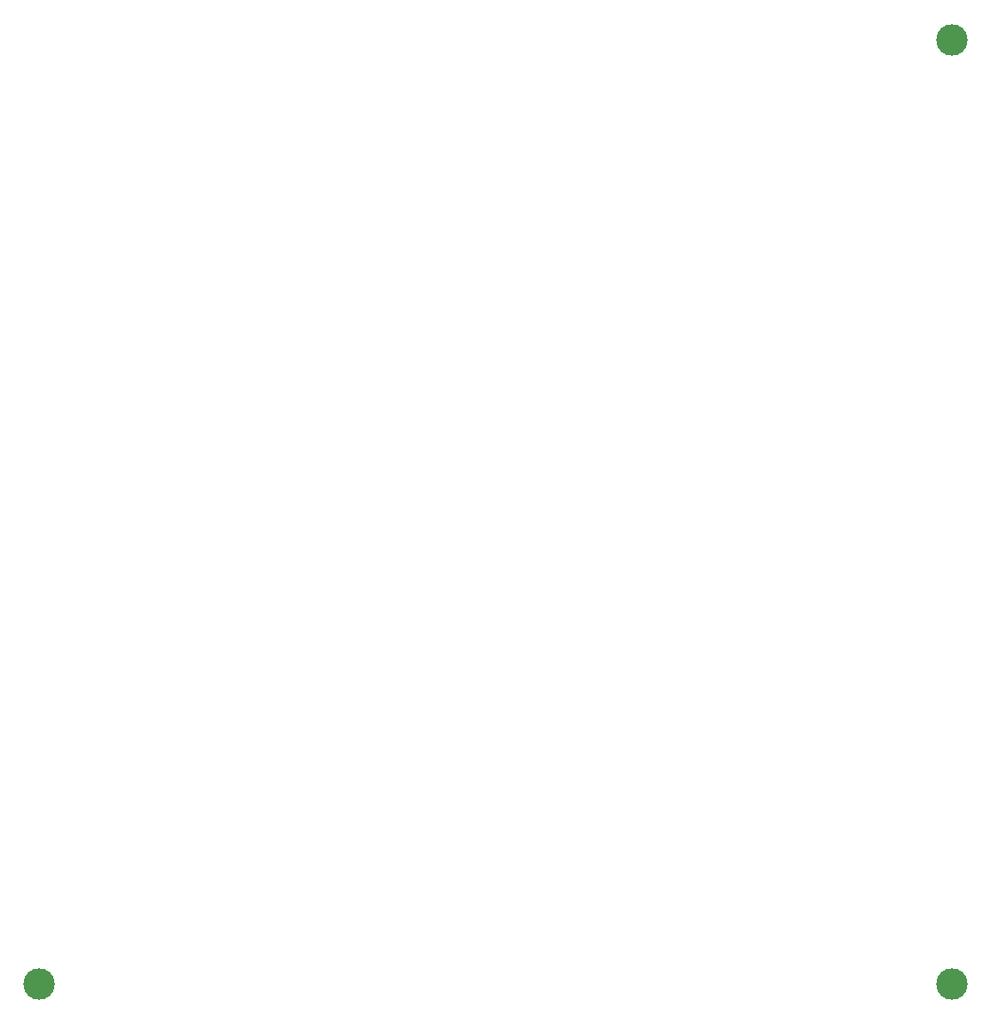
<source format=gbs>
%MOIN*%
%OFA0B0*%
%FSLAX36Y36*%
%IPPOS*%
%LPD*%
%ADD10C,0.11811023622047245*%
D10*
X000000000Y000000000D02*
X000196850Y000196850D03*
X003622047Y000196850D03*
X003622047Y003740157D03*
M02*
</source>
